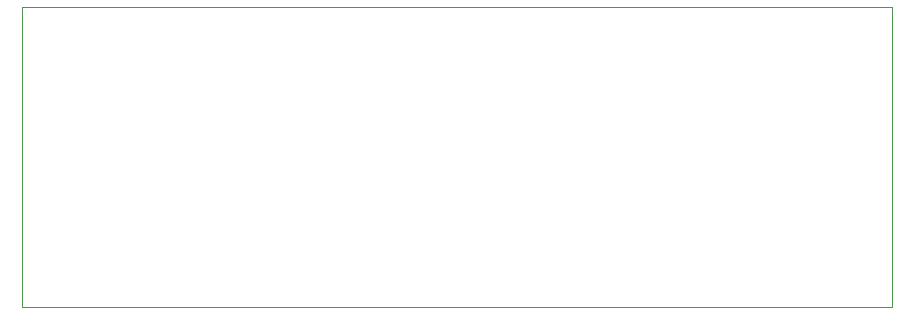
<source format=gbr>
G04 #@! TF.GenerationSoftware,KiCad,Pcbnew,(5.1.5)-3*
G04 #@! TF.CreationDate,2020-05-02T00:05:06+08:00*
G04 #@! TF.ProjectId,uartIsolator,75617274-4973-46f6-9c61-746f722e6b69,rev?*
G04 #@! TF.SameCoordinates,Original*
G04 #@! TF.FileFunction,Profile,NP*
%FSLAX46Y46*%
G04 Gerber Fmt 4.6, Leading zero omitted, Abs format (unit mm)*
G04 Created by KiCad (PCBNEW (5.1.5)-3) date 2020-05-02 00:05:06*
%MOMM*%
%LPD*%
G04 APERTURE LIST*
%ADD10C,0.050000*%
G04 APERTURE END LIST*
D10*
X134620000Y-83820000D02*
X134620000Y-58420000D01*
X135890000Y-83820000D02*
X134620000Y-83820000D01*
X208280000Y-83820000D02*
X135890000Y-83820000D01*
X208280000Y-58420000D02*
X208280000Y-83820000D01*
X134620000Y-58420000D02*
X208280000Y-58420000D01*
M02*

</source>
